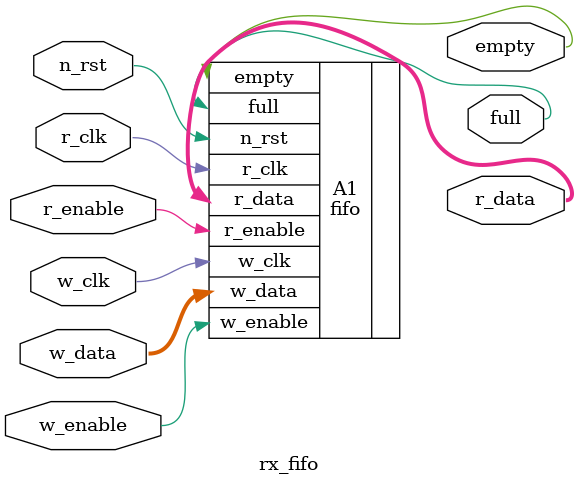
<source format=sv>

module rx_fifo(
	       input wire r_clk,
	       input wire w_clk,
	       input wire n_rst,
	       input wire r_enable,
	       input wire w_enable,
	       input wire [7:0] w_data,
	       output wire [7:0] r_data,
	       output wire empty,
	       output wire full
	       );


  fifo A1(.r_clk(r_clk), .w_clk(w_clk), .n_rst(n_rst), .r_enable(r_enable), .w_enable(w_enable), .w_data(w_data), .r_data(r_data), .empty(empty), .full(full));
 	

endmodule
 

</source>
